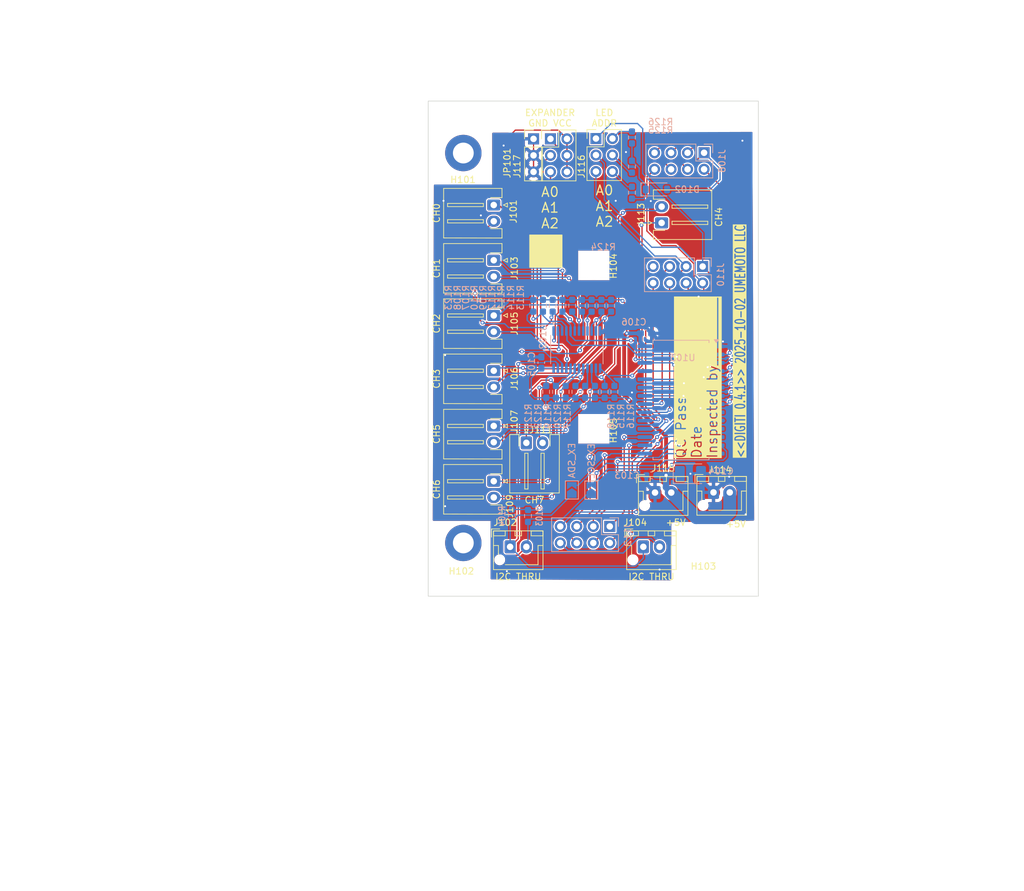
<source format=kicad_pcb>
(kicad_pcb (version 20241229) (generator "pcbnew") (generator_version "9.0")
  (title_block (title "digiti 7-seg LED display control module") (date "2025-09-05") (rev "0.4.0") (company "UMEMOTO LLC") (comment 1 "Hijiri Umemoto"))
  (layers (0 "F.Cu" signal) (2 "B.Cu" signal) (13 "F.Paste" user) (15 "B.Paste" user) (5 "F.SilkS" user "F.Silkscreen") (7 "B.SilkS" user "B.Silkscreen") (1 "F.Mask" user) (3 "B.Mask" user) (25 "Edge.Cuts" user))
  (net 0 "")
  (net 1 "GND")
  (net 2 "Net-(D102-K)")
  (net 3 "EX_SDA")
  (net 4 "EX_SCL")
  (net 5 "SC1")
  (net 6 "SD1")
  (net 7 "SD2")
  (net 8 "SC2")
  (net 9 "SD3")
  (net 10 "SC3")
  (net 11 "SC5")
  (net 12 "SD5")
  (net 13 "SD6")
  (net 14 "SC6")
  (net 15 "SD7")
  (net 16 "SC7")
  (net 17 "COM5")
  (net 18 "COM7")
  (net 19 "COM6")
  (net 20 "COM3")
  (net 21 "COM0")
  (net 22 "COM4")
  (net 23 "COM2")
  (net 24 "COM1")
  (net 25 "ROW7")
  (net 26 "ROW5")
  (net 27 "ROW1")
  (net 28 "ROW6")
  (net 29 "ROW0")
  (net 30 "ROW2")
  (net 31 "ROW4")
  (net 32 "ROW3")
  (net 33 "ROW13")
  (net 34 "ROW10")
  (net 35 "ROW15")
  (net 36 "ROW9")
  (net 37 "ROW12")
  (net 38 "ROW14")
  (net 39 "ROW8")
  (net 40 "ROW11")
  (net 41 "SC4")
  (net 42 "SD4")
  (net 43 "Net-(U102-~{RESET})")
  (net 44 "SC0")
  (net 45 "SD0")
  (net 46 "Net-(J116-Pin_6)")
  (net 47 "Net-(J116-Pin_4)")
  (net 48 "VCC")
  (net 49 "Net-(J116-Pin_2)")
  (net 50 "Net-(J117-Pin_5)")
  (net 51 "Net-(J117-Pin_1)")
  (net 52 "Net-(J117-Pin_3)")
  (footprint "Connector_JST:JST_XH_B2B-XH-AM_1x02_P2.50mm_Vertical" (layer "F.Cu") (at 134.75 119.5)
    (property "Reference" "J104")
    (property "Value" "I2C THRU")
  )
  (footprint "MountingHole:MountingHole_3.2mm_M3_DIN965_Pad" (layer "F.Cu") (at 107.05 118.9)
    (property "Reference" "H102")
    (property "Value" "MountingHole_Pad_MP")
  )
  (footprint "7seg-panel:Generic_XH_S2B-XH-A-1_1x02_P2.50mm_Horizontal" (layer "F.Cu") (at 111.7325 66.9 -90)
    (property "Reference" "J101")
    (property "Value" "CH0")
  )
  (footprint "MountingHole:MountingHole_3.2mm_M3" (layer "F.Cu") (at 144.05 118.9)
    (property "Reference" "H103")
    (property "Value" "MountingHole")
  )
  (footprint "7seg-panel:Generic_XH_S2B-XH-A-1_1x02_P2.50mm_Horizontal" (layer "F.Cu") (at 137.5675 69.65 90)
    (property "Reference" "J113")
    (property "Value" "CH4")
  )
  (footprint "7seg-panel:Generic_XH_S2B-XH-A-1_1x02_P2.50mm_Horizontal" (layer "F.Cu") (at 111.7325 75.4 -90)
    (property "Reference" "J103")
    (property "Value" "CH1")
  )
  (footprint "7seg-panel:Generic_XH_S2B-XH-A-1_1x02_P2.50mm_Horizontal" (layer "F.Cu") (at 111.7325 92.4 -90)
    (property "Reference" "J106")
    (property "Value" "CH3")
  )
  (footprint "MountingHole:MountingHole_3.2mm_M3" (layer "F.Cu") (at 127.05 101.4)
    (property "Reference" "H105")
    (property "Value" "MountingHole")
  )
  (footprint "MountingHole:MountingHole_3.2mm_M3" (layer "F.Cu") (at 127.05 76.4)
    (property "Reference" "H104")
    (property "Value" "MountingHole")
  )
  (footprint "7seg-panel:Generic_XH_S2B-XH-A-1_1x02_P2.50mm_Horizontal" (layer "F.Cu") (at 116.75 103.5)
    (property "Reference" "J111")
    (property "Value" "CH7")
  )
  (footprint "Connector_PinHeader_2.54mm:PinHeader_2x03_P2.54mm_Vertical" (layer "F.Cu") (at 120.46 56.72)
    (property "Reference" "J117")
    (property "Value" "Conn_02x03_Odd_Even")
  )
  (footprint "Connector_JST:JST_XH_B2B-XH-AM_1x02_P2.50mm_Vertical" (layer "F.Cu") (at 136.55 111.15)
    (property "Reference" "J115")
    (property "Value" "+5V")
  )
  (footprint "MountingHole:MountingHole_3.2mm_M3_DIN965_Pad" (layer "F.Cu") (at 107.05 58.9)
    (property "Reference" "H101")
    (property "Value" "MountingHole_Pad_MP")
  )
  (footprint "Connector_JST:JST_XH_B2B-XH-AM_1x02_P2.50mm_Vertical" (layer "F.Cu") (at 114.25 119.5)
    (property "Reference" "J102")
    (property "Value" "I2C THRU")
  )
  (footprint "Connector_PinHeader_2.54mm:PinHeader_2x03_P2.54mm_Vertical" (layer "F.Cu") (at 127.46 56.67)
    (property "Reference" "J116")
    (property "Value" "Conn_02x03_Odd_Even")
  )
  (footprint "Connector_PinHeader_2.54mm:PinHeader_1x03_P2.54mm_Vertical" (layer "F.Cu") (at 117.856 56.72)
    (property "Reference" "JP101")
    (property "Value" "A2")
  )
  (footprint "7seg-panel:Generic_XH_S2B-XH-A-1_1x02_P2.50mm_Horizontal" (layer "F.Cu") (at 111.7325 83.9 -90)
    (property "Reference" "J105")
    (property "Value" "CH2")
  )
  (footprint "7seg-panel:Generic_XH_S2B-XH-A-1_1x02_P2.50mm_Horizontal" (layer "F.Cu") (at 111.7325 100.9 -90)
    (property "Reference" "J107")
    (property "Value" "CH5")
  )
  (footprint "Connector_JST:JST_XH_B2B-XH-AM_1x02_P2.50mm_Vertical" (layer "F.Cu") (at 145.55 111.125)
    (property "Reference" "J114")
    (property "Value" "+5V")
  )
  (footprint "7seg-panel:Generic_XH_S2B-XH-A-1_1x02_P2.50mm_Horizontal" (layer "F.Cu") (at 111.7325 109.4 -90)
    (property "Reference" "J109")
    (property "Value" "CH6")
  )
  (footprint "Connector_PinSocket_2.54mm:PinSocket_2x04_P2.54mm_Vertical" (layer "B.Cu") (at 129.59 116.36 90)
    (property "Reference" "J112")
    (property "Value" "Conn_02x04_Odd_Even")
  )
  (footprint "Resistor_SMD:R_0603_1608Metric_Pad0.98x0.95mm_HandSolder" (layer "B.Cu") (at 133 65 90)
    (property "Reference" "R124")
    (property "Value" "39kR")
  )
  (footprint "Resistor_SMD:R_0603_1608Metric_Pad0.98x0.95mm_HandSolder" (layer "B.Cu") (at 124.3 95.65 90)
    (property "Reference" "R120")
    (property "Value" "4.7kR")
  )
  (footprint "Resistor_SMD:R_0603_1608Metric_Pad0.98x0.95mm_HandSolder" (layer "B.Cu") (at 121.3 95.65 90)
    (property "Reference" "R122")
    (property "Value" "4.7kR")
  )
  (footprint "Resistor_SMD:R_0603_1608Metric_Pad0.98x0.95mm_HandSolder" (layer "B.Cu") (at 125.8 95.65 90)
    (property "Reference" "R117")
    (property "Value" "4.7kR")
  )
  (footprint "Resistor_SMD:R_0603_1608Metric_Pad0.98x0.95mm_HandSolder" (layer "B.Cu") (at 122.3 82.4 -90)
    (property "Reference" "R110")
    (property "Value" "4.7kR")
  )
  (footprint "Resistor_SMD:R_0603_1608Metric_Pad0.98x0.95mm_HandSolder" (layer "B.Cu") (at 114.5 114.6625 -90)
    (property "Reference" "R104")
    (property "Value" "4.7kR")
  )
  (footprint "Resistor_SMD:R_0603_1608Metric_Pad0.98x0.95mm_HandSolder" (layer "B.Cu") (at 117.8 82.4 -90)
    (property "Reference" "R123")
    (property "Value" "4.7kR")
  )
  (footprint "Resistor_SMD:R_0603_1608Metric_Pad0.98x0.95mm_HandSolder" (layer "B.Cu") (at 120.8 82.4 -90)
    (property "Reference" "R107")
    (property "Value" "4.7kR")
  )
  (footprint "Resistor_SMD:R_0603_1608Metric_Pad0.98x0.95mm_HandSolder" (layer "B.Cu") (at 123.8 82.4 -90)
    (property "Reference" "R109")
    (property "Value" "4.7kR")
  )
  (footprint "Resistor_SMD:R_0603_1608Metric_Pad0.98x0.95mm_HandSolder" (layer "B.Cu") (at 119.3 82.4 -90)
    (property "Reference" "R108")
    (property "Value" "4.7kR")
  )
  (footprint "Resistor_SMD:R_0603_1608Metric_Pad0.98x0.95mm_HandSolder" (layer "B.Cu") (at 133 61 -90)
    (property "Reference" "R125")
    (property "Value" "39kR")
  )
  (footprint "Capacitor_SMD:C_0603_1608Metric_Pad1.08x0.95mm_HandSolder" (layer "B.Cu") (at 135.1625 86.65)
    (property "Reference" "C106")
    (property "Value" "0.1uF")
  )
  (footprint "Resistor_SMD:R_0603_1608Metric_Pad0.98x0.95mm_HandSolder" (layer "B.Cu") (at 130.3 95.65 90)
    (property "Reference" "R116")
    (property "Value" "4.7kR")
  )
  (footprint "Jumper:SolderJumper-2_P1.3mm_Open_TrianglePad1.0x1.5mm" (layer "B.Cu") (at 123.75 110.75 90)
    (property "Reference" "JP109" (hide yes))
    (property "Value" "EX_SDA")
  )
  (footprint "Connector_PinSocket_2.54mm:PinSocket_2x04_P2.54mm_Vertical" (layer "B.Cu") (at 143.88 76.36 90)
    (property "Reference" "J110")
    (property "Value" "Conn_02x04_Odd_Even")
  )
  (footprint "Package_SO:SOP-28_8.4x18.16mm_P1.27mm" (layer "B.Cu") (at 140.55 96.9 180)
    (property "Reference" "U103")
    (property "Value" "HT16K33-28-SOPA")
  )
  (footprint "Resistor_SMD:R_0603_1608Metric_Pad0.98x0.95mm_HandSolder" (layer "B.Cu") (at 128.8 95.65 90)
    (property "Reference" "R115")
    (property "Value" "4.7kR")
  )
  (footprint "Resistor_SMD:R_0603_1608Metric_Pad0.98x0.95mm_HandSolder" (layer "B.Cu") (at 122.8 95.65 90)
    (property "Reference" "R119")
    (property "Value" "4.7kR")
  )
  (footprint "Capacitor_SMD:C_0603_1608Metric" (layer "B.Cu") (at 136 108.5 180)
    (property "Reference" "C103")
    (property "Value" "22uF")
  )
  (footprint "Package_SO:TSSOP-24_4.4x7.8mm_P0.65mm" (layer "B.Cu") (at 124.525 89.15 -90)
    (property "Reference" "U102")
    (property "Value" "TCA9548APWR")
  )
  (footprint "Capacitor_Tantalum_SMD:CP_EIA-3528-21_Kemet-B_HandSolder" (layer "B.Cu") (at 142 108.25)
    (property "Reference" "C104")
    (property "Value" "22uF")
  )
  (footprint "Resistor_SMD:R_0603_1608Metric_Pad0.98x0.95mm_HandSolder" (layer "B.Cu") (at 127.3 95.65 90)
    (property "Reference" "R118")
    (property "Value" "4.7kR")
  )
  (footprint "Resistor_SMD:R_0603_1608Metric_Pad0.98x0.95mm_HandSolder" (layer "B.Cu") (at 119.8 95.65 90)
    (property "Reference" "R121")
    (property "Value" "4.7kR")
  )
  (footprint "Resistor_SMD:R_0603_1608Metric_Pad0.98x0.95mm_HandSolder" (layer "B.Cu") (at 133 56.5 90)
    (property "Reference" "R126")
    (property "Value" "39kR")
  )
  (footprint "Jumper:SolderJumper-2_P1.3mm_Open_TrianglePad1.0x1.5mm" (layer "B.Cu") (at 126.75 110.775 90)
    (property "Reference" "JP108" (hide yes))
    (property "Value" "EX_SCL")
  )
  (footprint "Resistor_SMD:R_0603_1608Metric_Pad0.98x0.95mm_HandSolder" (layer "B.Cu") (at 117 114.75 -90)
    (property "Reference" "R103")
    (property "Value" "4.7kR")
  )
  (footprint "Diode_SMD:D_SOD-123" (layer "B.Cu") (at 136.75 64.5)
    (property "Reference" "D102")
    (property "Value" "1N4148W")
  )
  (footprint "Resistor_SMD:R_0603_1608Metric_Pad0.98x0.95mm_HandSolder" (layer "B.Cu") (at 129.8 82.4 -90)
    (property "Reference" "R113")
    (property "Value" "4.7kR")
  )
  (footprint "Resistor_SMD:R_0603_1608Metric_Pad0.98x0.95mm_HandSolder" (layer "B.Cu") (at 126.8 82.4 -90)
    (property "Reference" "R111")
    (property "Value" "4.7kR")
  )
  (footprint "Resistor_SMD:R_0603_1608Metric_Pad0.98x0.95mm_HandSolder" (layer "B.Cu") (at 125.3 82.4 -90)
    (property "Reference" "R112")
    (property "Value" "4.7kR")
  )
  (footprint "Capacitor_SMD:C_0603_1608Metric_Pad1.08x0.95mm_HandSolder" (layer "B.Cu") (at 119.05 91.15 90)
    (property "Reference" "C105")
    (property "Value" "0.1uF")
  )
  (footprint "Resistor_SMD:R_0603_1608Metric_Pad0.98x0.95mm_HandSolder" (layer "B.Cu") (at 128.3 82.4 -90)
    (property "Reference" "R114")
    (property "Value" "4.7kR")
  )
  (footprint "Connector_PinSocket_2.54mm:PinSocket_2x04_P2.54mm_Vertical" (layer "B.Cu") (at 144.1 58.86 90)
    (property "Reference" "J108")
    (property "Value" "Conn_02x04_Odd_Even")
  )
  (gr_rect (start 117.25 71.5) (end 122.25 76.5) (stroke (width 0.1)) (fill yes) (layer "F.SilkS"))
  (gr_rect (start 101.65 50.9) (end 152.45 127.1) (stroke (width 0.1)) (fill no) (layer "Edge.Cuts"))
  (gr_text "EXPANDER\nGND VCC" (at 120.396 53.5 0) (layer "F.SilkS") (effects (font (size 1 1))))
  (gr_text "QC Pass\nDate\nInspected by_________" (at 146.25 106 90) (layer "F.SilkS" knockout) (effects (font (size 1.5 1.5) (thickness 0.1875)) (justify left bottom)))
  (gr_text "LED\nADDR" (at 128.75 53.5 0) (layer "F.SilkS") (effects (font (size 1 1))))
  (gr_text "A0\nA1\nA2" (at 120.396 67.31 0) (layer "F.SilkS") (effects (font (size 1.5 1.5) (thickness 0.1875))))
  (gr_text "<<DIGITI 0.4.1>> 2025-10-02 UMEMOTO LLC" (at 150.55 105.9 90) (layer "F.SilkS" knockout) (effects (font (size 1.5 1) (thickness 0.2) (bold yes)) (justify left bottom)))
  (gr_text "A0\nA1\nA2" (at 128.778 67.056 0) (layer "F.SilkS") (effects (font (size 1.5 1.5) (thickness 0.1875))))
  (segment (start 142.125552 111.125) (end 145.55 111.125) (width 2) (layer "F.Cu") (net 1))
  (segment (start 136.55 111.15) (end 136.55 111.700552) (width 2) (layer "F.Cu") (net 1))
  (segment (start 139.899552 113.351) (end 142.125552 111.125) (width 2) (layer "F.Cu") (net 1))
  (segment (start 136.55 111.700552) (end 138.200448 113.351) (width 2) (layer "F.Cu") (net 1))
  (segment (start 117.856 56.72) (end 117.856 61.8) (width 0.2) (layer "F.Cu") (net 1))
  (segment (start 138.200448 113.351) (end 139.899552 113.351) (width 2) (layer "F.Cu") (net 1))
  (via (at 142 108.25) (size 0.6) (drill 0.3) (layers "F.Cu" "B.Cu") (net 1))
  (via (at 143.25 81) (size 0.6) (drill 0.3) (layers "F.Cu" "B.Cu") (net 1))
  (via (at 133 95.75) (size 0.6) (drill 0.3) (layers "F.Cu" "B.Cu") (net 1))
  (via (at 150 57) (size 0.6) (drill 0.3) (layers "F.Cu" "B.Cu") (net 1))
  (via (at 135.9 66.294) (size 0.6) (drill 0.3) (layers "F.Cu" "B.Cu") (net 1))
  (via (at 104.25 113.25) (size 0.6) (drill 0.3) (layers "F.Cu" "B.Cu") (net 1))
  (via (at 113.25 57.75) (size 0.6) (drill 0.3) (layers "F.Cu" "B.Cu") (net 1))
  (via (at 147.9625 108.7125) (size 0.6) (drill 0.3) (layers "F.Cu" "B.Cu") (net 1))
  (via (at 113.75 123.25) (size 0.6) (drill 0.3) (layers "F.Cu" "B.Cu") (net 1))
  (via (at 132.08 58.75) (size 0.6) (drill 0.3) (layers "F.Cu" "B.Cu") (net 1))
  (via (at 104.25 90) (size 0.6) (drill 0.3) (layers "F.Cu" "B.Cu") (net 1))
  (via (at 109.75 68.5) (size 0.6) (drill 0.3) (layers "F.Cu" "B.Cu") (net 1))
  (via (at 137.25 123) (size 0.6) (drill 0.3) (layers "F.Cu" "B.Cu") (net 1))
  (via (at 147 87.9) (size 0.6) (drill 0.3) (layers "F.Cu" "B.Cu") (net 1))
  (via (at 150.5 114.5) (size 0.6) (drill 0.3) (layers "F.Cu" "B.Cu") (net 1))
  (via (at 130.5 66.25) (size 0.6) (drill 0.3) (layers "F.Cu" "B.Cu") (net 1))
  (via (at 104 66.25) (size 0.6) (drill 0.3) (layers "F.Cu" "B.Cu") (net 1))
  (segment (start 119.05 90.2875) (end 111.0375 90.2875) (width 0.2) (layer "B.Cu") (net 1))
  (segment (start 121.23 65.174) (end 123.294 65.174) (width 0.2) (layer "B.Cu") (net 1))
  (segment (start 137.325 87.95) (end 145.4175 87.95) (width 0.6) (layer "B.Cu") (net 1))
  (segment (start 135.049 85.674) (end 133.5 85.674) (width 0.6) (layer "B.Cu") (net 1))
  (segment (start 123.294 65.174) (end 133.5 75.38) (width 0.2) (layer "B.Cu") (net 1))
  (segment (start 135.225 108.5) (end 135.225 109.825) (width 0.6) (layer "B.Cu") (net 1))
  (segment (start 148.8375 107.8375) (end 149.3 107.375) (width 0.6) (layer "B.Cu") (net 1))
  (segment (start 145.4175 87.95) (end 146.1125 88.645) (width 0.6) (layer "B.Cu") (net 1))
  (segment (start 111.0375 90.2875) (end 108.25 87.5) (width 0.2) (layer "B.Cu") (net 1))
  (segment (start 147.8 87.9) (end 146.8575 87.9) (width 0.6) (layer "B.Cu") (net 1))
  (segment (start 111.252 64.1125) (end 115.5435 64.1125) (width 0.2) (layer "B.Cu") (net 1))
  (segment (start 136.025 86.65) (end 135.049 85.674) (width 0.6) (layer "B.Cu") (net 1))
  (segment (start 133.5 85.674) (end 129.326 85.674) (width 0.6) (layer "B.Cu") (net 1))
  (segment (start 145.55 111.125) (end 148.8375 107.8375) (width 0.6) (layer "B.Cu") (net 1))
  (segment (start 149.3 107.375) (end 149.3 89.4) (width 0.6) (layer "B.Cu") (net 1))
  (segment (start 108.25 66.548) (end 110.6855 64.1125) (width 0.2) (layer "B.Cu") (net 1))
  (segment (start 146.8575 87.9) (end 146.1125 88.645) (width 0.6) (layer "B.Cu") (net 1))
  (segment (start 135.225 109.825) (end 136.55 111.15) (width 0.6) (layer "B.Cu") (net 1))
  (segment (start 117.856 61.8) (end 121.23 65.174) (width 0.2) (layer "B.Cu") (net 1))
  (segment (start 129.326 85.674) (end 128.5 86.5) (width 0.6) (layer "B.Cu") (net 1))
  (segment (start 143.6275 109.2025) (end 145.55 111.125) (width 0.6) (layer "B.Cu") (net 1))
  (segment (start 136.025 86.65) (end 137.325 87.95) (width 0.6) (layer "B.Cu") (net 1))
  (segment (start 143.6275 108.25) (end 143.6275 109.2025) (width 0.6) (layer "B.Cu") (net 1))
  (segment (start 149.3 89.4) (end 147.8 87.9) (width 0.6) (layer "B.Cu") (net 1))
  (segment (start 133.5 75.38) (end 133.5 85.674) (width 0.2) (layer "B.Cu") (net 1))
  (segment (start 115.5435 64.1125) (end 117.856 61.8) (width 0.2) (layer "B.Cu") (net 1))
  (segment (start 104.25 113.141366) (end 104.25 113.25) (width 0.2) (layer "B.Cu") (net 1))
  (segment (start 110.6855 64.1125) (end 111.252 64.1125) (width 0.2) (layer "B.Cu") (net 1))
  (segment (start 108.25 87.5) (end 108.25 66.548) (width 0.2) (layer "B.Cu") (net 1))
  (segment (start 135.1 64.5) (end 135.1 63.726) (width 0.2) (layer "B.Cu") (net 2))
  (segment (start 133 57.4125) (end 133 60.0875) (width 0.2) (layer "B.Cu") (net 2))
  (segment (start 135.1 63.726) (end 134.112 62.738) (width 0.2) (layer "B.Cu") (net 2))
  (segment (start 135.1 65.504) (end 135.1 64.5) (width 0.2) (layer "B.Cu") (net 2))
  (segment (start 134.7475 65.9125) (end 135.128 65.532) (width 0.2) (layer "B.Cu") (net 2))
  (segment (start 134.112 62.738) (end 134.112 61.1995) (width 0.2) (layer "B.Cu") (net 2))
  (segment (start 135.128 65.532) (end 135.1 65.504) (width 0.2) (layer "B.Cu") (net 2))
  (segment (start 133 65.9125) (end 134.7475 65.9125) (width 0.2) (layer "B.Cu") (net 2))
  (segment (start 134.112 61.1995) (end 133 60.0875) (width 0.2) (layer "B.Cu") (net 2))
  (segment (start 115.5 118.25) (end 114.25 119.5) (width 0.2) (layer "F.Cu") (net 3))
  (segment (start 115.5 91.363343) (end 115.5 118.25) (width 0.2) (layer "F.Cu") (net 3))
  (via (at 115.5 91.363343) (size 0.6) (drill 0.3) (layers "F.Cu" "B.Cu") (net 3))
  (segment (start 115.689343 91.174) (end 115.5 91.363343) (width 0.2) (layer "B.Cu") (net 3))
  (segment (start 115.449 114.626) (end 120.599 114.626) (width 0.2) (layer "B.Cu") (net 3))
  (segment (start 121.6 91.35513) (end 121.21887 90.974) (width 0.2) (layer "B.Cu") (net 3))
  (segment (start 114.25 119.5) (end 114.25 115.825) (width 0.2) (layer "B.Cu") (net 3))
  (segment (start 133.543917 122.451) (end 134.75 121.244917) (width 0.2) (layer "B.Cu") (net 3))
  (segment (start 119.717134 90.974) (end 119.517134 91.174) (width 0.2) (layer "B.Cu") (net 3))
  (segment (start 121.6 92.0125) (end 121.6 91.35513) (width 0.2) (layer "B.Cu") (net 3))
  (segment (start 134.75 121.244917) (end 134.75 119.5) (width 0.2) (layer "B.Cu") (net 3))
  (segment (start 119.517134 91.174) (end 115.689343 91.174) (width 0.2) (layer "B.Cu") (net 3))
  (segment (start 114.5 115.575) (end 115.449 114.626) (width 0.2) (layer "B.Cu") (net 3))
  (segment (start 114.25 119.5) (end 117.201 122.451) (width 0.2) (layer "B.Cu") (net 3))
  (segment (start 117.201 122.451) (end 133.543917 122.451) (width 0.2) (layer "B.Cu") (net 3))
  (segment (start 114.25 115.825) (end 114.5 115.575) (width 0.2) (layer "B.Cu") (net 3))
  (segment (start 121.21887 90.974) (end 119.717134 90.974) (width 0.2) (layer "B.Cu") (net 3))
  (segment (start 120.599 114.626) (end 123.75 111.475) (width 0.2) (layer "B.Cu") (net 3))
  (segment (start 113.099 91.732734) (end 113.099 120.48516) (width 0.2) (layer "F.Cu") (net 4))
  (segment (start 113.099 120.48516) (end 113.41484 120.801) (width 0.2) (layer "F.Cu") (net 4))
  (segment (start 115.382734 89.449) (end 113.099 91.732734) (width 0.2) (layer "F.Cu") (net 4))
  (segment (start 116.051 89.449) (end 115.382734 89.449) (width 0.2) (layer "F.Cu") (net 4))
  (segment (start 113.41484 120.801) (end 115.449 120.801) (width 0.2) (layer "F.Cu") (net 4))
  (segment (start 115.449 120.801) (end 116.75 119.5) (width 0.2) (layer "F.Cu") (net 4))
  (via (at 116.051 89.449) (size 0.6) (drill 0.3) (layers "F.Cu" "B.Cu") (net 4))
  (segment (start 117.701 120.451) (end 131.66284 120.451) (width 0.2) (layer "B.Cu") (net 4))
  (segment (start 122.25 91.275001) (end 122.25 92.0125) (width 0.2) (layer "B.Cu") (net 4))
  (segment (start 116.75 119.5) (end 117.701 120.451) (width 0.2) (layer "B.Cu") (net 4))
  (segment (start 135.949 118.199) (end 137.25 119.5) (width 0.2) (layer "B.Cu") (net 4))
  (segment (start 119.517134 89.449) (end 120.409067 90.340933) (width 0.2) (layer "B.Cu") (net 4))
  (segment (start 116.051 89.449) (end 119.517134 89.449) (width 0.2) (layer "B.Cu") (net 4))
  (segment (start 133.91484 118.199) (end 135.949 118.199) (width 0.2) (layer "B.Cu") (net 4))
  (segment (start 120.409067 90.340933) (end 121.315932 90.340933) (width 0.2) (layer "B.Cu") (net 4))
  (segment (start 117 119.25) (end 116.75 119.5) (width 0.2) (layer "B.Cu") (net 4))
  (segment (start 121.315932 90.340933) (end 122.25 91.275001) (width 0.2) (layer "B.Cu") (net 4))
  (segment (start 117 115.6625) (end 117 119.25) (width 0.2) (layer "B.Cu") (net 4))
  (segment (start 122.286 115.209) (end 125.995 111.5) (width 0.2) (layer "B.Cu") (net 4))
  (segment (start 117 115.6625) (end 117.4535 115.209) (width 0.2) (layer "B.Cu") (net 4))
  (segment (start 125.995 111.5) (end 126.75 111.5) (width 0.2) (layer "B.Cu") (net 4))
  (segment (start 117.4535 115.209) (end 122.286 115.209) (width 0.2) (layer "B.Cu") (net 4))
  (segment (start 131.66284 120.451) (end 133.91484 118.199) (width 0.2) (layer "B.Cu") (net 4))
  (segment (start 124.85 84.65) (end 124.85 79.7) (width 0.2) (layer "F.Cu") (net 5))
  (segment (start 124.85 79.7) (end 123.3 78.15) (width 0.2) (layer "F.Cu") (net 5))
  (via (at 123.3 78.15) (size 0.6) (drill 0.3) (layers "F.Cu" "B.Cu") (net 5))
  (via (at 124.85 84.65) (size 0.6) (drill 0.3) (layers "F.Cu" "B.Cu") (net 5))
  (segment (start 112.6325 78) (end 123.006123 78) (width 0.2) (layer "B.Cu") (net 5))
  (segment (start 123.8 83.6) (end 124.85 84.65) (width 0.2) (layer "B.Cu") (net 5))
  (segment (start 124.85 84.65) (end 124.85 86.2875) (width 0.2) (layer "B.Cu") (net 5))
  (segment (start 123.006123 78) (end 123.156123 78.15) (width 0.2) (layer "B.Cu") (net 5))
  (segment (start 112.5325 77.9) (end 112.6325 78) (width 0.2) (layer "B.Cu") (net 5))
  (segment (start 123.8 83.3125) (end 123.8 83.6) (width 0.2) (layer "B.Cu") (net 5))
  (segment (start 123.156123 78.15) (end 123.3 78.15) (width 0.2) (layer "B.Cu") (net 5))
  (segment (start 122.3 77) (end 122.3 83.30147) (width 0.2) (layer "F.Cu") (net 6))
  (segment (start 122.3 83.30147) (end 123.474265 84.475735) (width 0.2) (layer "F.Cu") (net 6))
  (via (at 123.474265 84.475735) (size 0.6) (drill 0.3) (layers "F.Cu" "B.Cu") (net 6))
  (via (at 122.3 77) (size 0.6) (drill 0.3) (layers "F.Cu" "B.Cu") (net 6))
  (segment (start 124.2 85.2125) (end 124.2 86.2875) (width 0.2) (layer "B.Cu") (net 6))
  (segment (start 114.1325 77) (end 112.5325 75.4) (width 0.2) (layer "B.Cu") (net 6))
  (segment (start 122.3 77) (end 114.1325 77) (width 0.2) (layer "B.Cu") (net 6))
  (segment (start 122.3 83.3125) (end 124.2 85.2125) (width 0.2) (layer "B.Cu") (net 6))
  (segment (start 114.1575 82.275) (end 124.2625 82.275) (width 0.2) (layer "B.Cu") (net 7))
  (segment (start 112.5325 83.9) (end 114.1575 82.275) (width 0.2) (layer "B.Cu") (net 7))
  (segment (start 125.5 83.5125) (end 125.5 86.2875) (width 0.2) (layer "B.Cu") (net 7))
  (segment (start 124.2625 82.275) (end 125.3 83.3125) (width 0.2) (layer "B.Cu") (net 7))
  (segment (start 125.3 83.3125) (end 125.5 83.5125) (width 0.2) (layer "B.Cu") (net 7))
  (segment (start 125.008948 89.25) (end 125.008948 88.991052) (width 0.2) (layer "F.Cu") (net 8))
  (segment (start 125.008948 88.991052) (end 126.15 87.85) (width 0.2) (layer "F.Cu") (net 8))
  (segment (start 126.15 87.85) (end 126.15 84.65) (width 0.2) (layer "F.Cu") (net 8))
  (via (at 125.008948 89.25) (size 0.6) (drill 0.3) (layers "F.Cu" "B.Cu") (net 8))
  (via (at 126.15 84.65) (size 0.6) (drill 0.3) (layers "F.Cu" "B.Cu") (net 8))
  (segment (start 117.550057 86.4) (end 120.900057 89.75) (width 0.2) (layer "B.Cu") (net 8))
  (segment (start 124.508948 89.75) (end 125.008948 89.25) (width 0.2) (layer "B.Cu") (net 8))
  (segment (start 126.15 84.65) (end 126.15 83.9625) (width 0.2) (layer "B.Cu") (net 8))
  (segment (start 112.5325 86.4) (end 117.550057 86.4) (width 0.2) (layer "B.Cu") (net 8))
  (segment (start 126.15 83.9625) (end 126.8 83.3125) (width 0.2) (layer "B.Cu") (net 8))
  (segment (start 120.900057 89.75) (end 124.508948 89.75) (width 0.2) (layer "B.Cu") (net 8))
  (segment (start 126.15 86.2875) (end 126.15 84.65) (width 0.2) (layer "B.Cu") (net 8))
  (segment (start 116.3339 92.065572) (end 116.231671 91.963343) (width 0.2) (layer "F.Cu") (net 9))
  (segment (start 127.525736 88.474264) (end 127.525736 84.625736) (width 0.2) (layer "F.Cu") (net 9))
  (segment (start 116.3339 92.099) (end 116.3339 92.065572) (width 0.2) (layer "F.Cu") (net 9))
  (segment (start 116.3339 92.099) (end 123.901 92.099) (width 0.2) (layer "F.Cu") (net 9))
  (segment (start 123.901 92.099) (end 127.525736 88.474264) (width 0.2) (layer "F.Cu") (net 9))
  (via (at 127.525736 84.625736) (size 0.6) (drill 0.3) (layers "F.Cu" "B.Cu") (net 9))
  (via (at 116.231671 91.963343) (size 0.6) (drill 0.3) (layers "F.Cu" "B.Cu") (net 9))
  (segment (start 126.8 86.2875) (end 126.8 85.351472) (width 0.2) (layer "B.Cu") (net 9))
  (segment (start 128.3 83.851472) (end 128.3 83.3125) (width 0.2) (layer "B.Cu") (net 9))
  (segment (start 112.169157 91.963343) (end 111.7325 92.4) (width 0.2) (layer "B.Cu") (net 9))
  (segment (start 126.8 85.351472) (end 128.3 83.851472) (width 0.2) (layer "B.Cu") (net 9))
  (segment (start 116.231671 91.963343) (end 112.169157 91.963343) (width 0.2) (layer "B.Cu") (net 9))
  (segment (start 128.8 88.7) (end 128.8 84.3768) (width 0.2) (layer "F.Cu") (net 10))
  (segment (start 124.721817 92.778183) (end 128.8 88.7) (width 0.2) (layer "F.Cu") (net 10))
  (segment (start 128.8 84.3768) (end 128.8088 84.368) (width 0.2) (layer "F.Cu") (net 10))
  (segment (start 116.265361 92.778183) (end 124.721817 92.778183) (width 0.2) (layer "F.Cu") (net 10))
  (via (at 116.265361 92.778183) (size 0.6) (drill 0.3) (layers "F.Cu" "B.Cu") (net 10))
  (via (at 128.8088 84.368) (size 0.6) (drill 0.3) (layers "F.Cu" "B.Cu") (net 10))
  (segment (start 127.45 85.631544) (end 129.769044 83.3125) (width 0.2) (layer "B.Cu") (net 10))
  (segment (start 115.983931 92.778183) (end 115.961114 92.801) (width 0.2) (layer "B.Cu") (net 10))
  (segment (start 116.265361 92.778183) (end 115.983931 92.778183) (width 0.2) (layer "B.Cu") (net 10))
  (segment (start 129.769044 83.3125) (end 129.8 83.3125) (width 0.2) (layer "B.Cu") (net 10))
  (segment (start 113.8315 92.801) (end 111.7325 94.9) (width 0.2) (layer "B.Cu") (net 10))
  (segment (start 115.961114 92.801) (end 113.8315 92.801) (width 0.2) (layer "B.Cu") (net 10))
  (segment (start 127.45 86.2875) (end 127.45 85.631544) (width 0.2) (layer "B.Cu") (net 10))
  (segment (start 122.8 97.9) (end 125.05 95.65) (width 0.2) (layer "F.Cu") (net 11))
  (segment (start 122.8 101.5) (end 122.8 97.9) (width 0.2) (layer "F.Cu") (net 11))
  (via (at 125.05 95.65) (size 0.6) (drill 0.3) (layers "F.Cu" "B.Cu") (net 11))
  (via (at 122.8 101.5) (size 0.6) (drill 0.3) (layers "F.Cu" "B.Cu") (net 11))
  (segment (start 125.8 94.7375) (end 126.15 94.3875) (width 0.2) (layer "B.Cu") (net 11))
  (segment (start 122.55 101.75) (end 122.8 101.5) (width 0.2) (layer "B.Cu") (net 11))
  (segment (start 114.1825 101.75) (end 122.55 101.75) (width 0.2) (layer "B.Cu") (net 11))
  (segment (start 125.05 95.65) (end 125.8 94.9) (width 0.2) (layer "B.Cu") (net 11))
  (segment (start 126.15 94.3875) (end 126.15 92.0125) (width 0.2) (layer "B.Cu") (net 11))
  (segment (start 112.5325 103.4) (end 114.1825 101.75) (width 0.2) (layer "B.Cu") (net 11))
  (segment (start 125.8 94.9) (end 125.8 94.7375) (width 0.2) (layer "B.Cu") (net 11))
  (segment (start 125.55 97.9) (end 126.55 96.9) (width 0.2) (layer "F.Cu") (net 12))
  (segment (start 126.55 96.9) (end 126.55 95.65) (width 0.2) (layer "F.Cu") (net 12))
  (via (at 126.55 95.65) (size 0.6) (drill 0.3) (layers "F.Cu" "B.Cu") (net 12))
  (via (at 125.55 97.9) (size 0.6) (drill 0.3) (layers "F.Cu" "B.Cu") (net 12))
  (segment (start 127.3 94.7375) (end 126.8 94.2375) (width 0.2) (layer "B.Cu") (net 12))
  (segment (start 126.55 95.4875) (end 127.3 94.7375) (width 0.2) (layer "B.Cu") (net 12))
  (segment (start 112.5325 100.9) (end 122.55 100.9) (width 0.2) (layer "B.Cu") (net 12))
  (segment (start 126.8 94.2375) (end 126.8 92.0125) (width 0.2) (layer "B.Cu") (net 12))
  (segment (start 126.55 95.65) (end 126.55 95.4875) (width 0.2) (layer "B.Cu") (net 12))
  (segment (start 122.55 100.9) (end 125.55 97.9) (width 0.2) (layer "B.Cu") (net 12))
  (segment (start 123.451471 93.4) (end 125.05 93.4) (width 0.2) (layer "F.Cu") (net 13))
  (segment (start 121.45 108) (end 121.45 95.401471) (width 0.2) (layer "F.Cu") (net 13))
  (segment (start 121.45 95.401471) (end 123.451471 93.4) (width 0.2) (layer "F.Cu") (net 13))
  (segment (start 120.05 109.4) (end 121.45 108) (width 0.2) (layer "F.Cu") (net 13))
  (via (at 125.05 93.4) (size 0.6) (drill 0.3) (layers "F.Cu" "B.Cu") (net 13))
  (via (at 120.05 109.4) (size 0.6) (drill 0.3) (layers "F.Cu" "B.Cu") (net 13))
  (segment (start 124.3 94.7375) (end 125.05 93.9875) (width 0.2) (layer "B.Cu") (net 13))
  (segment (start 125.05 93.9875) (end 125.05 93.4) (width 0.2) (layer "B.Cu") (net 13))
  (segment (start 125.05 93.4) (end 125.5 92.95) (width 0.2) (layer "B.Cu") (net 13))
  (segment (start 112.5325 109.4) (end 120.05 109.4) (width 0.2) (layer "B.Cu") (net 13))
  (segment (start 125.5 92.95) (end 125.5 92.0125) (width 0.2) (layer "B.Cu") (net 13))
  (segment (start 120.675 111.775) (end 122.050605 110.399395) (width 0.2) (layer "F.Cu") (net 14))
  (segment (start 122.050605 95.650605) (end 122.05 95.65) (width 0.2) (layer "F.Cu") (net 14))
  (segment (start 122.050605 110.399395) (end 122.050605 95.650605) (width 0.2) (layer "F.Cu") (net 14))
  (segment (start 120.55 111.9) (end 120.675 111.775) (width 0.2) (layer "F.Cu") (net 14))
  (via (at 120.675 111.775) (size 0.6) (drill 0.3) (layers "F.Cu" "B.Cu") (net 14))
  (via (at 122.05 95.65) (size 0.6) (drill 0.3) (layers "F.Cu" "B.Cu") (net 14))
  (segment (start 120.55 111.9) (end 120.675 111.775) (width 0.2) (layer "B.Cu") (net 14))
  (segment (start 112.5325 111.9) (end 120.55 111.9) (width 0.2) (layer "B.Cu") (net 14))
  (segment (start 122.05 95.4875) (end 122.8 94.7375) (width 0.2) (layer "B.Cu") (net 14))
  (segment (start 122.8 94.7375) (end 124.85 92.6875) (width 0.2) (layer "B.Cu") (net 14))
  (segment (start 122.05 95.65) (end 122.05 95.4875) (width 0.2) (layer "B.Cu") (net 14))
  (segment (start 124.85 92.6875) (end 124.85 92.0125) (width 0.2) (layer "B.Cu") (net 14))
  (segment (start 119.050057 93.85) (end 116.75 96.150057) (width 0.2) (layer "F.Cu") (net 15))
  (segment (start 120.5 93.85) (end 119.050057 93.85) (width 0.2) (layer "F.Cu") (net 15))
  (segment (start 116.75 96.150057) (end 116.75 103.5) (width 0.2) (layer "F.Cu") (net 15))
  (via (at 120.5 93.85) (size 0.6) (drill 0.3) (layers "F.Cu" "B.Cu") (net 15))
  (segment (start 124.2 92.749999) (end 124.2 92.0125) (width 0.2) (layer "B.Cu") (net 15))
  (segment (start 123.273999 93.676) (end 124.2 92.749999) (width 0.2) (layer "B.Cu") (net 15))
  (segment (start 120.5 93.85) (end 121.3 94.65) (width 0.2) (layer "B.Cu") (net 15))
  (segment (start 121.3 94.7375) (end 122.3615 93.676) (width 0.2) (layer "B.Cu") (net 15))
  (segment (start 122.3615 93.676) (end 123.273999 93.676) (width 0.2) (layer "B.Cu") (net 15))
  (segment (start 121.3 94.65) (end 121.3 94.7375) (width 0.2) (layer "B.Cu") (net 15))
  (segment (start 118.75 103) (end 119.25 103.5) (width 0.2) (layer "F.Cu") (net 16))
  (segment (start 118.75 95) (end 118.75 103) (width 0.2) (layer "F.Cu") (net 16))
  (via (at 118.75 95) (size 0.6) (drill 0.3) (layers "F.Cu" "B.Cu") (net 16))
  (segment (start 120.25 93.25) (end 119.8 93.7) (width 0.2) (layer "B.Cu") (net 16))
  (segment (start 119.8 93.7) (end 119.8 94.7375) (width 0.2) (layer "B.Cu") (net 16))
  (segment (start 123 93.25) (end 120.25 93.25) (width 0.2) (layer "B.Cu") (net 16))
  (segment (start 123.55 92.0125) (end 123.55 92.749999) (width 0.2) (layer "B.Cu") (net 16))
  (segment (start 123.025 93.275) (end 123 93.25) (width 0.2) (layer "B.Cu") (net 16))
  (segment (start 123.55 92.749999) (end 123.025 93.275) (width 0.2) (layer "B.Cu") (net 16))
  (segment (start 119.5375 95) (end 119.8 94.7375) (width 0.2) (layer "B.Cu") (net 16))
  (segment (start 118.75 95) (end 119.5375 95) (width 0.2) (layer "B.Cu") (net 16))
  (segment (start 137.87 58.383654) (end 139.743654 56.51) (width 0.2) (layer "F.Cu") (net 17))
  (segment (start 139.743654 56.51) (end 145.875686 56.51) (width 0.2) (layer "F.Cu") (net 17))
  (segment (start 145.875686 56.51) (end 150.4 61.034314) (width 0.2) (layer "F.Cu") (net 17))
  (segment (start 139.02 61.4) (end 137.87 60.25) (width 0.2) (layer "F.Cu") (net 17))
  (segment (start 150.4 93.55) (end 148.3 95.65) (width 0.2) (layer "F.Cu") (net 17))
  (segment (start 137.87 60.25) (end 137.87 58.383654) (width 0.2) (layer "F.Cu") (net 17))
  (segment (start 150.4 61.034314) (end 150.4 93.55) (width 0.2) (layer "F.Cu") (net 17))
  (via (at 148.3 95.65) (size 0.6) (drill 0.3) (layers "F.Cu" "B.Cu") (net 17))
  (segment (start 147.685 96.265) (end 146.1125 96.265) (width 0.2) (layer "B.Cu") (net 17))
  (segment (start 148.3 95.65) (end 147.685 96.265) (width 0.2) (layer "B.Cu") (net 17))
  (segment (start 135.3 70.9) (end 137.55 73.15) (width 0.2) (layer "F.Cu") (net 18))
  (segment (start 142.557157 97.157157) (end 143.55 98.15) (width 0.2) (layer "F.Cu") (net 18))
  (segment (start 136.48 61.4) (end 135.3 62.58) (width 0.2) (layer "F.Cu") (net 18))
  (segment (start 137.55 73.15) (end 139.756346 73.15) (width 0.2) (layer "F.Cu") (net 18))
  (segment (start 135.3 62.58) (end 135.3 70.9) (width 0.2) (layer "F.Cu") (net 18))
  (segment (start 139.756346 73.15) (end 142.557157 75.950811) (width 0.2) (layer "F.Cu") (net 18))
  (segment (start 142.557157 75.950811) (end 142.557157 97.157157) (width 0.2) (layer "F.Cu") (net 18))
  (via (at 143.55 98.15) (size 0.6) (drill 0.3) (layers "F.Cu" "B.Cu") (net 18))
  (segment (start 144.205 98.805) (end 143.55 98.15) (width 0.2) (layer "B.Cu") (net 18))
  (segment (start 146.1125 98.805) (end 144.205 98.805) (width 0.2) (layer "B.Cu") (net 18))
  (segment (start 136.48 58.86) (end 139.23 56.11) (width 0.2) (layer "F.Cu") (net 19))
  (segment (start 150.8 94.4) (end 148.05 97.15) (width 0.2) (layer "F.Cu") (net 19))
  (segment (start 146.041372 56.11) (end 150.8 60.868628) (width 0.2) (layer "F.Cu") (net 19))
  (segment (start 139.23 56.11) (end 146.041372 56.11) (width 0.2) (layer "F.Cu") (net 19))
  (segment (start 150.8 60.868628) (end 150.8 94.4) (width 0.2) (layer "F.Cu") (net 19))
  (via (at 148.05 97.15) (size 0.6) (drill 0.3) (layers "F.Cu" "B.Cu") (net 19))
  (segment (start 148.05 97.15) (end 147.665 97.535) (width 0.2) (layer "B.Cu") (net 19))
  (segment (start 147.665 97.535) (end 146.1125 97.535) (width 0.2) (layer "B.Cu") (net 19))
  (segment (start 140.41 60.25) (end 140.41 58.383654) (width 0.2) (layer "F.Cu") (net 20))
  (segment (start 141.56 61.4) (end 140.41 60.25) (width 0.2) (layer "F.Cu") (net 20))
  (segment (start 148.9 60.794314) (end 148.9 65.065686) (width 0.2) (layer "F.Cu") (net 20))
  (segment (start 141.483654 57.31) (end 145.415686 57.31) (width 0.2) (layer "F.Cu") (net 20))
  (segment (start 145.415686 57.31) (end 148.9 60.794314) (width 0.2) (layer "F.Cu") (net 20))
  (segment (start 149.55 91.65) (end 148.05 93.15) (width 0.2) (layer "F.Cu") (net 20))
  (segment (start 149.55 65.715686) (end 149.55 91.65) (width 0.2) (layer "F.Cu") (net 20))
  (segment (start 148.9 65.065686) (end 149.55 65.715686) (width 0.2) (layer "F.Cu") (net 20))
  (segment (start 140.41 58.383654) (end 141.483654 57.31) (width 0.2) (layer "F.Cu") (net 20))
  (via (at 148.05 93.15) (size 0.6) (drill 0.3) (layers "F.Cu" "B.Cu") (net 20))
  (segment (start 147.475 93.725) (end 146.1125 93.725) (width 0.2) (layer "B.Cu") (net 20))
  (segment (start 148.05 93.15) (end 147.475 93.725) (width 0.2) (layer "B.Cu") (net 20))
  (segment (start 142.711 60.249) (end 144.1 58.86) (width 0.2) (layer "F.Cu") (net 21))
  (segment (start 148 69.85) (end 148 67.25) (width 0.2) (layer "F.Cu") (net 21))
  (segment (start 142.711 61.961) (end 142.711 60.249) (width 0.2) (layer "F.Cu") (net 21))
  (segment (start 148.05 69.9) (end 148 69.85) (width 0.2) (layer "F.Cu") (net 21))
  (segment (start 148 67.25) (end 142.711 61.961) (width 0.2) (layer "F.Cu") (net 21))
  (segment (start 148.05 89.65) (end 148.05 69.9) (width 0.2) (layer "F.Cu") (net 21))
  (via (at 148.05 89.65) (size 0.6) (drill 0.3) (layers "F.Cu" "B.Cu") (net 21))
  (segment (start 146.558 62.992) (end 146.558 61.318) (width 0.2) (layer "B.Cu") (net 21))
  (segment (start 148.05 89.65) (end 147.785 89.915) (width 0.2) (layer "B.Cu") (net 21))
  (segment (start 146.558 61.318) (end 144.1 58.86) (width 0.2) (layer "B.Cu") (net 21))
  (segment (start 145.034 64.516) (end 146.558 62.992) (width 0.2) (layer "B.Cu") (net 21))
  (segment (start 140.08776 64.5) (end 140.10376 64.516) (width 0.2) (layer "B.Cu") (net 21))
  (segment (start 140.10376 64.516) (end 145.034 64.516) (width 0.2) (layer "B.Cu") (net 21))
  (segment (start 147.785 89.915) (end 146.1125 89.915) (width 0.2) (layer "B.Cu") (net 21))
  (segment (start 138.4 64.5) (end 140.08776 64.5) (width 0.2) (layer "B.Cu") (net 21))
  (segment (start 140.97 56.91) (end 145.71 56.91) (width 0.2) (layer "F.Cu") (net 22))
  (segment (start 145.71 56.91) (end 149.3 60.5) (width 0.2) (layer "F.Cu") (net 22))
  (segment (start 149.3 60.5) (end 149.3 64.9) (width 0.2) (layer "F.Cu") (net 22))
  (segment (start 149.3 64.9) (end 150 65.6) (width 0.2) (layer "F.Cu") (net 22))
  (segment (start 150 65.6) (end 150 92.7) (width 0.2) (layer "F.Cu") (net 22))
  (segment (start 150 92.7) (end 148.3 94.4) (width 0.2) (layer "F.Cu") (net 22))
  (segment (start 139.02 58.86) (end 140.97 56.91) (width 0.2) (layer "F.Cu") (net 22))
  (via (at 148.3 94.4) (size 0.6) (drill 0.3) (layers "F.Cu" "B.Cu") (net 22))
  (segment (start 147.705 94.995) (end 146.1125 94.995) (width 0.2) (layer "B.Cu") (net 22))
  (segment (start 148.3 94.4) (end 147.705 94.995) (width 0.2) (layer "B.Cu") (net 22))
  (segment (start 148.5 60.96) (end 145.25 57.71) (width 0.2) (layer "F.Cu") (net 23))
  (segment (start 149.15 90.8) (end 149.15 65.881372) (width 0.2) (layer "F.Cu") (net 23))
  (segment (start 149.15 65.881372) (end 148.5 65.231372) (width 0.2) (layer "F.Cu") (net 23))
  (segment (start 142.71 57.71) (end 141.56 58.86) (width 0.2) (layer "F.Cu") (net 23))
  (segment (start 148.05 91.9) (end 149.15 90.8) (width 0.2) (layer "F.Cu") (net 23))
  (segment (start 148.5 65.231372) (end 148.5 60.96) (width 0.2) (layer "F.Cu") (net 23))
  (segment (start 145.25 57.71) (end 142.71 57.71) (width 0.2) (layer "F.Cu") (net 23))
  (via (at 148.05 91.9) (size 0.6) (drill 0.3) (layers "F.Cu" "B.Cu") (net 23))
  (segment (start 146.1125 92.455) (end 147.495 92.455) (width 0.2) (layer "B.Cu") (net 23))
  (segment (start 147.495 92.455) (end 148.05 91.9) (width 0.2) (layer "B.Cu") (net 23))
  (segment (start 148.75 90.35147) (end 148.75 66.05) (width 0.2) (layer "F.Cu") (net 24))
  (segment (start 148.350735 90.750735) (end 148.75 90.35147) (width 0.2) (layer "F.Cu") (net 24))
  (segment (start 148.75 66.05) (end 144.1 61.4) (width 0.2) (layer "F.Cu") (net 24))
  (via (at 148.350735 90.750735) (size 0.6) (drill 0.3) (layers "F.Cu" "B.Cu") (net 24))
  (segment (start 147.949265 90.750735) (end 147.515 91.185) (width 0.2) (layer "B.Cu") (net 24))
  (segment (start 147.515 91.185) (end 146.1125 91.185) (width 0.2) (layer "B.Cu") (net 24))
  (segment (start 148.350735 90.750735) (end 147.949265 90.750735) (width 0.2) (layer "B.Cu") (net 24))
  (segment (start 138.3 100.15) (end 136.26 98.11) (width 0.2) (layer "F.Cu") (net 25))
  (segment (start 136.26 98.11) (end 136.26 78.9) (width 0.2) (layer "F.Cu") (net 25))
  (via (at 138.3 100.15) (size 0.6) (drill 0.3) (layers "F.Cu" "B.Cu") (net 25))
  (segment (start 134.9875 101.345) (end 137.105 101.345) (width 0.2) (layer "B.Cu") (net 25))
  (segment (start 137.105 101.345) (end 138.3 100.15) (width 0.2) (layer "B.Cu") (net 25))
  (segment (start 138.8 98.4) (end 138.8 78.9) (width 0.2) (layer "F.Cu") (net 26))
  (via (at 138.8 98.4) (size 0.6) (drill 0.3) (layers "F.Cu" "B.Cu") (net 26))
  (segment (start 134.9875 98.805) (end 138.395 98.805) (width 0.2) (layer "B.Cu") (net 26))
  (segment (start 138.395 98.805) (end 138.8 98.4) (width 0.2) (layer "B.Cu") (net 26))
  (segment (start 144.05 93.4) (end 144.05 79.07) (width 0.2) (layer "F.Cu") (net 27))
  (segment (start 144.05 79.07) (end 143.88 78.9) (width 0.2) (layer "F.Cu") (net 27))
  (via (at 144.05 93.4) (size 0.6) (drill 0.3) (layers "F.Cu" "B.Cu") (net 27))
  (segment (start 128.75 60.5) (end 128.75 66.099943) (width 0.2) (layer "B.Cu") (net 27))
  (segment (start 128.75 66.099943) (end 136.056057 73.406) (width 0.2) (layer "B.Cu") (net 27))
  (segment (start 142.729 75.729) (end 142.729 77.749) (width 0.2) (layer "B.Cu") (net 27))
  (segment (start 127.46 59.21) (end 128.75 60.5) (width 0.2) (layer "B.Cu") (net 27))
  (segment (start 134.9875 93.725) (end 143.725 93.725) (width 0.2) (layer "B.Cu") (net 27))
  (segment (start 142.729 77.749) (end 143.88 78.9) (width 0.2) (layer "B.Cu") (net 27))
  (segment (start 140.406 73.406) (end 142.729 75.729) (width 0.2) (layer "B.Cu") (net 27))
  (segment (start 136.056057 73.406) (end 140.406 73.406) (width 0.2) (layer "B.Cu") (net 27))
  (segment (start 143.725 93.725) (end 144.05 93.4) (width 0.2) (layer "B.Cu") (net 27))
  (segment (start 137.05 99.9) (end 135.11 97.96) (width 0.2) (layer "F.Cu") (net 28))
  (segment (start 135.11 77.51) (end 136.26 76.36) (width 0.2) (layer "F.Cu") (net 28))
  (segment (start 135.11 97.96) (end 135.11 77.51) (width 0.2) (layer "F.Cu") (net 28))
  (via (at 137.05 99.9) (size 0.6) (drill 0.3) (layers "F.Cu" "B.Cu") (net 28))
  (segment (start 136.875 100.075) (end 137.05 99.9) (width 0.2) (layer "B.Cu") (net 28))
  (segment (start 134.9875 100.075) (end 136.875 100.075) (width 0.2) (layer "B.Cu") (net 28))
  (segment (start 144.65 91.857127) (end 144.651125 91.857127) (width 0.2) (layer "F.Cu") (net 29))
  (segment (start 145.03 77.51) (end 143.88 76.36) (width 0.2) (layer "F.Cu") (net 29))
  (segment (start 145.03 91.478252) (end 145.03 77.51) (width 0.2) (layer "F.Cu") (net 29))
  (segment (start 144.651125 91.857127) (end 145.03 91.478252) (width 0.2) (layer "F.Cu") (net 29))
  (via (at 144.65 91.857127) (size 0.6) (drill 0.3) (layers "F.Cu" "B.Cu") (net 29))
  (segment (start 144.65 91.857127) (end 144.65 91.858252) (width 0.2) (layer "B.Cu") (net 29))
  (segment (start 135.329 62.77911) (end 137.95089 65.401) (width 0.2) (layer "B.Cu") (net 29))
  (segment (start 133.858 54.356) (end 134.65089 55.14889) (width 0.2) (layer "B.Cu") (net 29))
  (segment (start 135.329 62.738) (end 135.329 62.77911) (width 0.2) (layer "B.Cu") (net 29))
  (segment (start 144.65 91.858252) (end 144.053252 92.455) (width 0.2) (layer "B.Cu") (net 29))
  (segment (start 134.65089 55.14889) (end 134.65089 62.05989) (width 0.2) (layer "B.Cu") (net 29))
  (segment (start 127.46 56.67) (end 129.774 54.356) (width 0.2) (layer "B.Cu") (net 29))
  (segment (start 144.053252 92.455) (end 134.9875 92.455) (width 0.2) (layer "B.Cu") (net 29))
  (segment (start 143.88 71.236) (end 143.88 76.36) (width 0.2) (layer "B.Cu") (net 29))
  (segment (start 138.045 65.401) (end 143.88 71.236) (width 0.2) (layer "B.Cu") (net 29))
  (segment (start 137.95089 65.401) (end 138.045 65.401) (width 0.2) (layer "B.Cu") (net 29))
  (segment (start 129.774 54.356) (end 133.858 54.356) (width 0.2) (layer "B.Cu") (net 29))
  (segment (start 134.65089 62.05989) (end 135.329 62.738) (width 0.2) (layer "B.Cu") (net 29))
  (segment (start 140.189 79.37676) (end 140.189 77.511) (width 0.2) (layer "F.Cu") (net 30))
  (segment (start 140.189 77.511) (end 141.34 76.36) (width 0.2) (layer "F.Cu") (net 30))
  (segment (start 141 80.18776) (end 140.189 79.37676) (width 0.2) (layer "F.Cu") (net 30))
  (segment (start 141 94.325) (end 141 80.18776) (width 0.2) (layer "F.Cu") (net 30))
  (via (at 141 94.325) (size 0.6) (drill 0.3) (layers "F.Cu" "B.Cu") (net 30))
  (segment (start 141 94.325) (end 140.675 94.325) (width 0.2) (layer "B.Cu") (net 30))
  (segment (start 139.52 94.995) (end 134.9875 94.995) (width 0.2) (layer "B.Cu") (net 30))
  (segment (start 140.675 94.325) (end 140 95) (width 0.2) (layer "B.Cu") (net 30))
  (segment (start 140 95) (end 139.525 95) (width 0.2) (layer "B.Cu") (net 30))
  (segment (start 141.34 76.36) (end 139.73288 74.75288) (width 0.2) (layer "B.Cu") (net 30))
  (segment (start 136.51864 74.75288) (end 127.46 65.69424) (width 0.2) (layer "B.Cu") (net 30))
  (segment (start 139.73288 74.75288) (end 136.51864 74.75288) (width 0.2) (layer "B.Cu") (net 30))
  (segment (start 139.525 95) (end 139.52 94.995) (width 0.2) (layer "B.Cu") (net 30))
  (segment (start 127.46 65.69424) (end 127.46 61.75) (width 0.2) (layer "B.Cu") (net 30))
  (segment (start 138.8 76.36) (end 137.65 77.51) (width 0.2) (layer "F.Cu") (net 31))
  (segment (start 137.65 97.3) (end 137.55 97.4) (width 0.2) (layer "F.Cu") (net 31))
  (segment (start 137.65 77.51) (end 137.65 97.3) (width 0.2) (layer "F.Cu") (net 31))
  (via (at 137.55 97.4) (size 0.6) (drill 0.3) (layers "F.Cu" "B.Cu") (net 31))
  (segment (start 137.55 97.4) (end 137.415 97.535) (width 0.2) (layer "B.Cu") (net 31))
  (segment (start 137.415 97.535) (end 134.9875 97.535) (width 0.2) (layer "B.Cu") (net 31))
  (segment (start 141.65 79.21) (end 141.34 78.9) (width 0.2) (layer "F.Cu") (net 32))
  (segment (start 141.65 96) (end 141.65 79.21) (width 0.2) (layer "F.Cu") (net 32))
  (segment (start 140.935 96.265) (end 141.385 96.265) (width 0.2) (layer "F.Cu") (net 32))
  (segment (start 141.385 96.265) (end 141.65 96) (width 0.2) (layer "F.Cu") (net 32))
  (via (at 140.935 96.265) (size 0.6) (drill 0.3) (layers "F.Cu" "B.Cu") (net 32))
  (segment (start 140.935 96.265) (end 134.9875 96.265) (width 0.2) (layer "B.Cu") (net 32))
  (segment (start 123.3 115.943654) (end 123.3 117.69) (width 0.2) (layer "F.Cu") (net 33))
  (segment (start 123.3 117.69) (end 124.51 118.9) (width 0.2) (layer "F.Cu") (net 33))
  (segment (start 126.55 112.693654) (end 123.3 115.943654) (width 0.2) (layer "F.Cu") (net 33))
  (segment (start 126.55 105.722) (end 126.55 112.693654) (width 0.2) (layer "F.Cu") (net 33))
  (segment (start 126.492 105.664) (end 126.55 105.722) (width 0.2) (layer "F.Cu") (net 33))
  (via (at 126.492 105.664) (size 0.6) (drill 0.3) (layers "F.Cu" "B.Cu") (net 33))
  (segment (start 139.035 103.215) (end 145.5125 103.215) (width 0.2) (layer "B.Cu") (net 33))
  (segment (start 145.5125 103.215) (end 146.1125 102.615) (width 0.2) (layer "B.Cu") (net 33))
  (segment (start 127.656 104.5) (end 137.75 104.5) (width 0.2) (layer "B.Cu") (net 33))
  (segment (start 126.492 105.664) (end 127.656 104.5) (width 0.2) (layer "B.Cu") (net 33))
  (segment (start 137.75 104.5) (end 139.035 103.215) (width 0.2) (layer "B.Cu") (net 33))
  (segment (start 127.05 116.36) (end 127.05 114.9) (width 0.2) (layer "F.Cu") (net 34))
  (segment (start 127.05 114.9) (end 128.8 113.15) (width 0.2) (layer "F.Cu") (net 34))
  (segment (start 128.8 113.15) (end 128.8 105.4) (width 0.2) (layer "F.Cu") (net 34))
  (via (at 128.8 105.4) (size 0.6) (drill 0.3) (layers "F.Cu" "B.Cu") (net 34))
  (segment (start 129.55 105.4) (end 129.795 105.155) (width 0.2) (layer "B.Cu") (net 34))
  (segment (start 128.8 105.4) (end 129.55 105.4) (width 0.2) (layer "B.Cu") (net 34))
  (segment (start 129.795 105.155) (end 134.9875 105.155) (width 0.2) (layer "B.Cu") (net 34))
  (segment (start 136.875 102.625) (end 133.05 106.45) (width 0.2) (layer "F.Cu") (net 35))
  (segment (start 136.875 102.615) (end 136.875 102.625) (width 0.2) (layer "F.Cu") (net 35))
  (segment (start 133.05 117.275) (end 132.8 117.525) (width 0.2) (layer "F.Cu") (net 35))
  (segment (start 133.05 106.45) (end 133.05 117.275) (width 0.2) (layer "F.Cu") (net 35))
  (via (at 136.875 102.615) (size 0.6) (drill 0.3) (layers "F.Cu" "B.Cu") (net 35))
  (via (at 132.8 117.525) (size 0.6) (drill 0.3) (layers "F.Cu" "B.Cu") (net 35))
  (segment (start 132.8 117.525) (end 132.8 118.15) (width 0.2) (layer "B.Cu") (net 35))
  (segment (start 147.249999 100.075) (end 146.1125 100.075) (width 0.2) (layer "B.Cu") (net 35))
  (segment (start 136.885 102.615) (end 139.425 100.075) (width 0.2) (layer "B.Cu") (net 35))
  (segment (start 136.875 102.615) (end 136.885 102.615) (width 0.2) (layer "B.Cu") (net 35))
  (segment (start 130.9 120.05) (end 123.12 120.05) (width 0.2) (layer "B.Cu") (net 35))
  (segment (start 123.12 120.05) (end 121.97 118.9) (width 0.2) (layer "B.Cu") (net 35))
  (segment (start 139.425 100.075) (end 147.249999 100.075) (width 0.2) (layer "B.Cu") (net 35))
  (segment (start 132.8 118.15) (end 130.9 120.05) (width 0.2) (layer "B.Cu") (net 35))
  (segment (start 132.55 115.94) (end 129.59 118.9) (width 0.2) (layer "F.Cu") (net 36))
  (segment (start 132.55 103.9) (end 132.55 115.94) (width 0.2) (layer "F.Cu") (net 36))
  (via (at 132.55 103.9) (size 0.6) (drill 0.3) (layers "F.Cu" "B.Cu") (net 36))
  (segment (start 134.9725 103.9) (end 132.55 103.9) (width 0.2) (layer "B.Cu") (net 36))
  (segment (start 134.9875 103.885) (end 134.9725 103.9) (width 0.2) (layer "B.Cu") (net 36))
  (segment (start 127.55 108.15) (end 127.55 113.32) (width 0.2) (layer "F.Cu") (net 37))
  (segment (start 127.55 113.32) (end 124.51 116.36) (width 0.2) (layer "F.Cu") (net 37))
  (via (at 127.55 108.15) (size 0.6) (drill 0.3) (layers "F.Cu" "B.Cu") (net 37))
  (segment (start 146.1125 103.885) (end 146.620552 103.885) (width 0.2) (layer "B.Cu") (net 37))
  (segment (start 146.620552 103.885) (end 147.55 104.814448) (width 0.2) (layer "B.Cu") (net 37))
  (segment (start 147.55 105.65) (end 147.05 106.15) (width 0.2) (layer "B.Cu") (net 37))
  (segment (start 138.2 106.15) (end 137.35 107) (width 0.2) (layer "B.Cu") (net 37))
  (segment (start 147.05 106.15) (end 138.2 106.15) (width 0.2) (layer "B.Cu") (net 37))
  (segment (start 129.05 106.65) (end 127.55 108.15) (width 0.2) (layer "B.Cu") (net 37))
  (segment (start 137.35 107) (end 130.551471 107) (width 0.2) (layer "B.Cu") (net 37))
  (segment (start 147.55 104.814448) (end 147.55 105.65) (width 0.2) (layer "B.Cu") (net 37))
  (segment (start 130.201471 106.65) (end 129.05 106.65) (width 0.2) (layer "B.Cu") (net 37))
  (segment (start 130.551471 107) (end 130.201471 106.65) (width 0.2) (layer "B.Cu") (net 37))
  (segment (start 133.8 114) (end 133.65 114.15) (width 0.2) (layer "F.Cu") (net 38))
  (segment (start 133.8 106.79853) (end 133.8 114) (width 0.2) (layer "F.Cu") (net 38))
  (segment (start 136.924265 103.674265) (end 133.8 106.79853) (width 0.2) (layer "F.Cu") (net 38))
  (via (at 136.924265 103.674265) (size 0.6) (drill 0.3) (layers "F.Cu" "B.Cu") (net 38))
  (via (at 133.65 114.15) (size 0.6) (drill 0.3) (layers "F.Cu" "B.Cu") (net 38))
  (segment (start 138.049265 102.549265) (end 138.744291 102.549265) (width 0.2) (layer "B.Cu") (net 38))
  (segment (start 136.924265 103.674265) (end 138.049265 102.549265) (width 0.2) (layer "B.Cu") (net 38))
  (segment (start 138.744291 102.549265) (end 138.793556 102.5) (width 0.2) (layer "B.Cu") (net 38))
  (segment (start 144 102.5) (end 145.155 101.345) (width 0.2) (layer "B.Cu") (net 38))
  (segment (start 145.155 101.345) (end 146.1125 101.345) (width 0.2) (layer "B.Cu") (net 38))
  (segment (start 124.18 114.15) (end 121.97 116.36) (width 0.2) (layer "B.Cu") (net 38))
  (segment (start 138.793556 102.5) (end 144 102.5) (width 0.2) (layer "B.Cu") (net 38))
  (segment (start 133.65 114.15) (end 124.18 114.15) (width 0.2) (layer "B.Cu") (net 38))
  (segment (start 131.8 102.615) (end 131.8 114.15) (width 0.2) (layer "F.Cu") (net 39))
  (segment (start 131.8 114.15) (end 129.59 116.36) (width 0.2) (layer "F.Cu") (net 39))
  (via (at 131.8 102.615) (size 0.6) (drill 0.3) (layers "F.Cu" "B.Cu") (net 39))
  (segment (start 134.9875 102.615) (end 131.8 102.615) (width 0.2) (layer "B.Cu") (net 39))
  (segment (start 127.05 118.9) (end 128.2 117.75) (width 0.2) (layer "F.Cu") (net 40))
  (segment (start 130.8 111.9) (end 130.8 106.4) (width 0.2) (layer "F.Cu") (net 40))
  (segment (start 128.2 117.75) (end 128.2 114.5) (width 0.2) (layer "F.Cu") (net 40))
  (segment (start 128.2 114.5) (end 130.8 111.9) (width 0.2) (layer "F.Cu") (net 40))
  (via (at 130.8 106.4) (size 0.6) (drill 0.3) (layers "F.Cu" "B.Cu") (net 40))
  (segment (start 130.8 106.4) (end 137.05 106.4) (width 0.2) (layer "B.Cu") (net 40))
  (segment (start 138.295 105.155) (end 146.1125 105.155) (width 0.2) (layer "B.Cu") (net 40))
  (segment (start 137.05 106.4) (end 138.295 105.155) (width 0.2) (layer "B.Cu") (net 40))
  (segment (start 130.35 91.35) (end 128.3 93.4) (width 0.2) (layer "F.Cu") (net 41))
  (segment (start 130.35 89.051471) (end 130.35 91.35) (width 0.2) (layer "F.Cu") (net 41))
  (segment (start 131.6 68.1) (end 130.95 68.75) (width 0.2) (layer "F.Cu") (net 41))
  (segment (start 130.95 68.75) (end 130.95 88.451471) (width 0.2) (layer "F.Cu") (net 41))
  (segment (start 130.95 88.451471) (end 130.35 89.051471) (width 0.2) (layer "F.Cu") (net 41))
  (via (at 128.3 93.4) (size 0.6) (drill 0.3) (layers "F.Cu" "B.Cu") (net 41))
  (via (at 131.6 68.1) (size 0.6) (drill 0.3) (layers "F.Cu" "B.Cu") (net 41))
  (segment (start 128.8 93.9) (end 128.3 93.4) (width 0.2) (layer "B.Cu") (net 41))
  (segment (start 127.45 92.0125) (end 127.45 93.05) (width 0.2) (layer "B.Cu") (net 41))
  (segment (start 132.15 67.75) (end 136.9675 67.75) (width 0.2) (layer "B.Cu") (net 41))
  (segment (start 131.6 68.1) (end 131.8 68.1) (width 0.2) (layer "B.Cu") (net 41))
  (segment (start 136.9675 67.75) (end 137.5675 67.15) (width 0.2) (layer "B.Cu") (net 41))
  (segment (start 131.8 68.1) (end 132.15 67.75) (width 0.2) (layer "B.Cu") (net 41))
  (segment (start 128.8 94.7375) (end 128.8 93.9) (width 0.2) (layer "B.Cu") (net 41))
  (segment (start 127.45 93.05) (end 127.8 93.4) (width 0.2) (layer "B.Cu") (net 41))
  (segment (start 127.8 93.4) (end 128.3 93.4) (width 0.2) (layer "B.Cu") (net 41))
  (segment (start 134.475 69.975) (end 134.55 70.05) (width 0.2) (layer "F.Cu") (net 42))
  (segment (start 134.55 91.65) (end 133.05 93.15) (width 0.2) (layer "F.Cu") (net 42))
  (segment (start 134.55 70.05) (end 134.55 91.65) (width 0.2) (layer "F.Cu") (net 42))
  (via (at 133.05 93.15) (size 0.6) (drill 0.3) (layers "F.Cu" "B.Cu") (net 42))
  (via (at 134.475 69.975) (size 0.6) (drill 0.3) (layers "F.Cu" "B.Cu") (net 42))
  (segment (start 130.3 94.7375) (end 130.3 94.2125) (width 0.2) (layer "B.Cu") (net 42))
  (segment (start 134.8 69.65) (end 137.5675 69.65) (width 0.2) (layer "B.Cu") (net 42))
  (segment (start 134.475 69.975) (end 134.8 69.65) (width 0.2) (layer "B.Cu") (net 42))
  (segment (start 129.55 93.15) (end 129.39375 93.30625) (width 0.2) (layer "B.Cu") (net 42))
  (segment (start 133.05 93.15) (end 129.55 93.15) (width 0.2) (layer "B.Cu") (net 42))
  (segment (start 130.3 94.2125) (end 129.39375 93.30625) (width 0.2) (layer "B.Cu") (net 42))
  (segment (start 129.39375 93.30625) (end 128.1 92.0125) (width 0.2) (layer "B.Cu") (net 42))
  (segment (start 122.25 86.2875) (end 122.25 85.550001) (width 0.2) (layer "B.Cu") (net 43))
  (segment (start 122.25 85.550001) (end 121.899999 85.2) (width 0.2) (layer "B.Cu") (net 43))
  (segment (start 117.451 85.2) (end 116.875 84.624) (width 0.2) (layer "B.Cu") (net 43))
  (segment (start 121.899999 85.2) (end 117.451 85.2) (width 0.2) (layer "B.Cu") (net 43))
  (segment (start 116.875 84.624) (end 116.875 83.875) (width 0.2) (layer "B.Cu") (net 43))
  (segment (start 117.4375 83.3125) (end 117.8 83.3125) (width 0.2) (layer "B.Cu") (net 43))
  (segment (start 116.875 83.875) (end 117.4375 83.3125) (width 0.2) (layer "B.Cu") (net 43))
  (segment (start 120.599265 84.756721) (end 120.599265 84.2) (width 0.2) (layer "F.Cu") (net 44))
  (segment (start 109.5 84.5) (end 110 85) (width 0.2) (layer "F.Cu") (net 44))
  (segment (start 109.5 71.6325) (end 109.5 76) (width 0.2) (layer "F.Cu") (net 44))
  (segment (start 139.131765 106.881765) (end 139.5 106.51353) (width 0.2) (layer "F.Cu") (net 44))
  (segment (start 133.246718 87.75) (end 133.665 88.168282) (width 0.2) (layer "F.Cu") (net 44))
  (segment (start 109.5 76) (end 109.5 84.5) (width 0.2) (layer "F.Cu") (net 44))
  (segment (start 111.7325 69.4) (end 109.5 71.6325) (width 0.2) (layer "F.Cu") (net 44))
  (segment (start 119.5625 85.793486) (end 120.599265 84.756721) (width 0.2) (layer "F.Cu") (net 44))
  (segment (start 133.665 90.535) (end 133.55 90.65) (width 0.2) (layer "F.Cu") (net 44))
  (segment (start 133.665 88.168282) (end 133.665 90.535) (width 0.2) (layer "F.Cu") (net 44))
  (segment (start 139.5 106.51353) (end 139.5 91.5) (width 0.2) (layer "F.Cu") (net 44))
  (segment (start 132.842 87.75) (end 133.246718 87.75) (width 0.2) (layer "F.Cu") (net 44))
  (via (at 132.842 87.75) (size 0.6) (drill 0.3) (layers "F.Cu" "B.Cu") (net 44))
  (via (at 133.55 90.65) (size 0.6) (drill 0.3) (layers "F.Cu" "B.Cu") (net 44))
  (via (at 110 85) (size 0.6) (drill 0.3) (layers "F.Cu" "B.Cu") (net 44))
  (via (at 119.555986 85.8) (size 0.6) (drill 0.3) (layers "F.Cu" "B.Cu") (net 44))
  (via blind (at 139.5 91.5) (size 0.6) (drill 0.3) (layers "F.Cu" "B.Cu") (net 44))
  (via (at 120.599265 84.2) (size 0.6) (drill 0.3) (layers "F.Cu" "B.Cu") (net 44))
  (via (at 139.131765 106.881765) (size 0.6) (drill 0.3) (layers "F.Cu" "B.Cu") (net 44))
  (segment (start 121.8875 84.4) (end 122.55 84.4) (width 0.2) (layer "B.Cu") (net 44))
  (segment (start 114 85.75) (end 113.4 85.15) (width 0.2) (layer "B.Cu") (net 44))
  (segment (start 119.555986 85.8) (end 119.505986 85.75) (width 0.2) (layer "B.Cu") (net 44))
  (segment (start 120.8 83.3125) (end 121.8875 84.4) (width 0.2) (layer "B.Cu") (net 44))
  (segment (start 110.85 69.4) (end 111.7325 69.4) (width 0.2) (layer "B.Cu") (net 44))
  (segment (start 134.9875 91.185) (end 139.185 91.185) (width 0.2) (layer "B.Cu") (net 44))
  (segment (start 138.506765 107.506765) (end 129.293235 107.506765) (width 0.2) (layer "B.Cu") (net 44))
  (segment (start 133.55 90.65) (end 134.4525 90.65) (width 0.2) (layer "B.Cu") (net 44))
  (segment (start 123.55 87.024999) (end 123.55 86.2875) (width 0.2) (layer "B.Cu") (net 44))
  (segment (start 113.4 85.15) (end 110.4315 85.15) (width 0.2) (layer "B.Cu") (net 44))
  (segment (start 139.131765 106.881765) (end 138.506765 107.506765) (width 0.2) (layer "B.Cu") (net 44))
  (segment (start 110.2815 85) (end 110.4315 85.15) (width 0.2) (layer "B.Cu") (net 44))
  (segment (start 110 85) (end 110.2815 85) (width 0.2) (layer "B.Cu") (net 44))
  (segment (start 139.185 91.185) (end 139.5 91.5) (width 0.2) (layer "B.Cu") (net 44))
  (segment (start 134.4525 90.65) (end 134.9875 91.185) (width 0.2) (layer "B.Cu") (net 44))
  (segment (start 122.55 84.4) (end 123.55 85.4) (width 0.2) (layer "B.Cu") (net 44))
  (segment (start 119.505986 85.75) (end 114 85.75) (width 0.2) (layer "B.Cu") (net 44))
  (segment (start 129.293235 107.506765) (end 126.75 110.05) (width 0.2) (layer "B.Cu") (net 44))
  (segment (start 132.842 87.75) (end 124.275001 87.75) (width 0.2) (layer "B.Cu") (net 44))
  (segment (start 123.55 85.4) (end 123.55 86.2875) (width 0.2) (layer "B.Cu") (net 44))
  (segment (start 124.275001 87.75) (end 123.55 87.024999) (width 0.2) (layer "B.Cu") (net 44))
  (segment (start 120.599265 84.2) (end 120.8 83.999265) (width 0.2) (layer "B.Cu") (net 44))
  (segment (start 120.8 83.999265) (end 120.8 83.3125) (width 0.2) (layer "B.Cu") (net 44))
  (segment (start 140.25 103.815) (end 140.25 90.6) (width 0.2) (layer "F.Cu") (net 45))
  (segment (start 117.829 83.75) (end 117.829 84.413373) (width 0.2) (layer "F.Cu") (net 45))
  (segment (start 140.25 90.6) (end 139.9 90.25) (width 0.2) (layer "F.Cu") (net 45))
  (segment (start 112.5325 66.9) (end 117.829 72.1965) (width 0.2) (layer "F.Cu") (net 45))
  (segment (start 117.829 72.1965) (end 117.829 83.75) (width 0.2) (layer "F.Cu") (net 45))
  (via (at 117.829 84.413373) (size 0.6) (drill 0.3) (layers "F.Cu" "B.Cu") (net 45))
  (via (at 140.25 103.815) (size 0.6) (drill 0.3) (layers "F.Cu" "B.Cu") (net 45))
  (via (at 139.9 90.25) (size 0.6) (drill 0.3) (layers "F.Cu" "B.Cu") (net 45))
  (segment (start 123 86.3875) (end 122.9 86.2875) (width 0.2) (layer "B.Cu") (net 45))
  (segment (start 122.9 85.550001) (end 122.9 86.2875) (width 0.2) (layer "B.Cu") (net 45))
  (segment (start 134.9875 89.915) (end 133.665 89.915) (width 0.2) (layer "B.Cu") (net 45))
  (segment (start 123.75 88.5) (end 123 87.75) (width 0.2) (layer "B.Cu") (net 45))
  (segment (start 118.199127 84.413373) (end 117.829 84.413373) (width 0.2) (layer "B.Cu") (net 45))
  (segment (start 119.3 83.9) (end 120.2 84.8) (width 0.2) (layer "B.Cu") (net 45))
  (segment (start 134.9875 89.915) (end 139.565 89.915) (width 0.2) (layer "B.Cu") (net 45))
  (segment (start 133.665 89.915) (end 132.25 88.5) (width 0.2) (layer "B.Cu") (net 45))
  (segment (start 123 87.75) (end 123 86.3875) (width 0.2) (layer "B.Cu") (net 45))
  (segment (start 119.3 83.3125) (end 119.3 83.9) (width 0.2) (layer "B.Cu") (net 45))
  (segment (start 128.75 106.001) (end 124.726 110.025) (width 0.2) (layer "B.Cu") (net 45))
  (segment (start 120.2 84.8) (end 122.149999 84.8) (width 0.2) (layer "B.Cu") (net 45))
  (segment (start 124.726 110.025) (end 123.75 110.025) (width 0.2) (layer "B.Cu") (net 45))
  (segment (start 137.1269 105.756) (end 130.594057 105.756) (width 0.2) (layer "B.Cu") (net 45))
  (segment (start 140.25 103.815) (end 139.565 104.5) (width 0.2) (layer "B.Cu") (net 45))
  (segment (start 119.3 83.3125) (end 118.199127 84.413373) (width 0.2) (layer "B.Cu") (net 45))
  (segment (start 122.149999 84.8) (end 122.9 85.550001) (width 0.2) (layer "B.Cu") (net 45))
  (segment (start 138.3829 104.5) (end 137.1269 105.756) (width 0.2) (layer "B.Cu") (net 45))
  (segment (start 130.594057 105.756) (end 130.349057 106.001) (width 0.2) (layer "B.Cu") (net 45))
  (segment (start 139.565 89.915) (end 139.9 90.25) (width 0.2) (layer "B.Cu") (net 45))
  (segment (start 132.25 88.5) (end 123.75 88.5) (width 0.2) (layer "B.Cu") (net 45))
  (segment (start 130.349057 106.001) (end 128.75 106.001) (width 0.2) (layer "B.Cu") (net 45))
  (segment (start 139.565 104.5) (end 138.3829 104.5) (width 0.2) (layer "B.Cu") (net 45))
  (segment (start 133 64.0875) (end 132.3375 64.0875) (width 0.2) (layer "B.Cu") (net 46))
  (segment (start 132.3375 64.0875) (end 130 61.75) (width 0.2) (layer "B.Cu") (net 46))
  (segment (start 132.7025 61.9125) (end 130 59.21) (width 0.2) (layer "B.Cu") (net 47))
  (segment (start 132.599 61.809) (end 132.599 61.9125) (width 0.2) (layer "B.Cu") (net 47))
  (segment (start 133 61.9125) (end 132.7025 61.9125) (width 0.2) (layer "B.Cu") (net 47))
  (segment (start 114.3 62.19634) (end 114.3 56.134) (width 0.2) (layer "F.Cu") (net 48))
  (segment (start 114.3 56.134) (end 115.062 55.372) (width 0.2) (layer "F.Cu") (net 48))
  (segment (start 120.401 106.64426) (end 120.401 98.651) (width 0.2) (layer "F.Cu") (net 48))
  (segment (start 132.55 96.9) (end 132.2 96.55) (width 0.6) (layer "F.Cu") (net 48))
  (segment (start 121.652 55.372) (end 123 56.72) (width 0.2) (layer "F.Cu") (net 48))
  (segment (start 132.2 82.3) (end 132.2 86.65) (width 0.2) (layer "F.Cu") (net 48))
  (segment (start 131.8 87.05) (end 132.2 86.65) (width 0.6) (layer "F.Cu") (net 48))
  (segment (start 131.55 81.65) (end 132.2 82.3) (width 0.2) (layer "F.Cu") (net 48))
  (segment (start 120.401 98.651) (end 119.75 98) (width 0.2) (layer "F.Cu") (net 48))
  (segment (start 108.85 80.5) (end 108.85 67.64634) (width 0.2) (layer "F.Cu") (net 48))
  (segment (start 138.25 102.5) (end 138.25 108.5) (width 0.6) (layer "F.Cu") (net 48))
  (segment (start 115.062 55.372) (end 121.652 55.372) (width 0.2) (layer "F.Cu") (net 48))
  (segment (start 132.2 96.55) (end 137.398265 101.748265) (width 0.6) (layer "F.Cu") (net 48))
  (segment (start 123 59.26) (end 123 61.8) (width 0.2) (layer "F.Cu") (net 48))
  (segment (start 108.85 67.64634) (end 112.37817 64.11817) (width 0.2) (layer "F.Cu") (net 48))
  (segment (start 132.2 96.55) (end 131.8 96.15) (width 0.6) (layer "F.Cu") (net 48))
  (segment (start 131.8 96.15) (end 131.8 87.05) (width 0.6) (layer "F.Cu") (net 48))
  (segment (start 137.498265 101.748265) (end 138.25 102.5) (width 0.6) (layer "F.Cu") (net 48))
  (segment (start 118.75 108.29526) (end 120.401 106.64426) (width 0.2) (layer "F.Cu") (net 48))
  (segment (start 112.37817 64.11817) (end 114.3 62.19634) (width 0.2) (layer "F.Cu") (net 48))
  (segment (start 118.75 113.5) (end 118.75 108.29526) (width 0.2) (layer "F.Cu") (net 48))
  (segment (start 123 56.72) (end 123 59.26) (width 0.2) (layer "F.Cu") (net 48))
  (segment (start 137.398265 101.748265) (end 137.498265 101.748265) (width 0.6) (layer "F.Cu") (net 48))
  (via (at 118.75 113.5) (size 0.6) (drill 0.3) (layers "F.Cu" "B.Cu") (net 48))
  (via (at 119.75 98) (size 0.6) (drill 0.3) (layers "F.Cu" "B.Cu") (net 48))
  (via (at 131.55 81.65) (size 0.6) (drill 0.3) (layers "F.Cu" "B.Cu") (net 48))
  (via (at 132.55 96.9) (size 0.6) (drill 0.3) (layers "F.Cu" "B.Cu") (net 48))
  (via (at 132.2 86.65) (size 0.6) (drill 0.3) (layers "F.Cu" "B.Cu") (net 48))
  (via (at 138.25 108.5) (size 1) (drill 0.5) (layers "F.Cu" "B.Cu") (net 48))
  (via (at 108.85 80.5) (size 0.6) (drill 0.3) (layers "F.Cu" "B.Cu") (net 48))
  (segment (start 131.55 81.65) (end 131.3875 81.4875) (width 0.2) (layer "B.Cu") (net 48))
  (segment (start 120.95 92.0125) (end 119.05 92.0125) (width 0.2) (layer "B.Cu") (net 48))
  (segment (start 118.0625 96.5625) (end 119.8 96.5625) (width 0.2) (layer "B.Cu") (net 48))
  (segment (start 148.05 114.125) (end 148.05 111.125) (width 2) (layer "B.Cu") (net 48))
  (segment (start 117.5 93.5625) (end 117.5 96) (width 0.2) (layer "B.Cu") (net 48))
  (segment (start 141.575 113.675) (end 142.9 115) (width 2) (layer "B.Cu") (net 48))
  (segment (start 116.9125 113.75) (end 117 113.8375) (width 0.2) (layer "B.Cu") (net 48))
  (segment (start 134.3 87.9575) (end 134.9875 88.645) (width 0.6) (layer "B.Cu") (net 48))
  (segment (start 132.55 96.9) (end 132.2125 96.5625) (width 0.2) (layer "B.Cu") (net 48))
  (segment (start 136.775 108.5) (end 138.25 108.5) (width 1) (layer "B.Cu") (net 48))
  (segment (start 119.75 98) (end 119.75 96.6125) (width 0.2) (layer "B.Cu") (net 48))
  (segment (start 114.5 113.75) (end 116.9125 113.75) (width 0.2) (layer "B.Cu") (net 48))
  (segment (start 147.175 115) (end 148.05 114.125) (width 2) (layer "B.Cu") (net 48))
  (segment (start 134.791948 88.49) (end 135.3 88.49) (width 0.2) (layer "B.Cu") (net 48))
  (segment (start 117 113.8375) (end 118.4125 113.8375) (width 0.2) (layer "B.Cu") (net 48))
  (segment (start 141.575 113.675) (end 139.05 111.15) (width 2) (layer "B.Cu") (net 48))
  (segment (start 109.125 81.475) (end 117.7875 81.475) (width 0.2) (layer "B.Cu") (net 48))
  (segment (start 108.85 80.5) (end 108.85 81.2) (width 0.2) (layer "B.Cu") (net 48))
  (segment (start 108.85 81.2) (end 109.125 81.475) (width 0.2) (layer "B.Cu") (net 48))
  (segment (start 117.8 81.4875) (end 129.8 81.4875) (width 0.2) (layer "B.Cu") (net 48))
  (segment (start 138.25 108.5) (end 138.25 110.35) (width 1) (layer "B.Cu") (net 48))
  (segment (start 118.4125 113.8375) (end 118.75 113.5) (width 0.2) (layer "B.Cu") (net 48))
  (segment (start 140.3725 108.25) (end 140.1225 108.5) (width 1) (layer "B.Cu") (net 48))
  (segment (start 134.3 86.65) (end 134.3 87.9575) (width 0.6) (layer "B.Cu") (net 48))
  (segment (start 132.2125 96.5625) (end 130.3 96.5625) (width 0.2) (layer "B.Cu") (net 48))
  (segment (start 117.5 96) (end 118.0625 96.5625) (width 0.2) (layer "B.Cu") (net 48))
  (segment (start 131.3875 81.4875) (end 129.8 81.4875) (width 0.2) (layer "B.Cu") (net 48))
  (segment (start 119.75 96.6125) (end 119.8 96.5625) (width 0.2) (layer "B.Cu") (net 48))
  (segment (start 117.7875 81.475) (end 117.8 81.4875) (width 0.2) (layer "B.Cu") (net 48))
  (segment (start 142.9 115) (end 147.175 115) (width 2) (layer "B.Cu") (net 48))
  (segment (start 138.25 110.35) (end 139.05 111.15) (width 1) (layer "B.Cu") (net 48))
  (segment (start 142.4 114.5) (end 141.575 113.675) (width 2) (layer "B.Cu") (net 48))
  (segment (start 134.3 86.65) (end 132.2 86.65) (width 0.6) (layer "B.Cu") (net 48))
  (segment (start 119.05 92.0125) (end 117.5 93.5625) (width 0.2) (layer "B.Cu") (net 48))
  (segment (start 140.1225 108.5) (end 136.775 108.5) (width 1) (layer "B.Cu") (net 48))
  (segment (start 119.8 96.5625) (end 130.3 96.5625) (width 0.2) (layer "B.Cu") (net 48))
  (segment (start 131.0825 55.5875) (end 130 56.67) (width 0.2) (layer "B.Cu") (net 49))
  (segment (start 133 55.5875) (end 131.0825 55.5875) (width 0.2) (layer "B.Cu") (net 49))
  (segment (start 123 89.25) (end 122.25 88.5) (width 0.2) (layer "F.Cu") (net 50))
  (segment (start 120.46 63.12) (end 120.46 61.8) (width 0.2) (layer "F.Cu") (net 50))
  (segment (start 118.955986 64.624014) (end 120.46 63.12) (width 0.2) (layer "F.Cu") (net 50))
  (segment (start 122.25 88.5) (end 120.314029 88.5) (width 0.2) (layer "F.Cu") (net 50))
  (segment (start 123 90.6) (end 123 89.25) (width 0.2) (layer "F.Cu") (net 50))
  (segment (start 118.955986 87.141957) (end 118.955986 64.624014) (width 0.2) (layer "F.Cu") (net 50))
  (segment (start 120.314029 88.5) (end 118.955986 87.141957) (width 0.2) (layer "F.Cu") (net 50))
  (via (at 123 90.6) (size 0.6) (drill 0.3) (layers "F.Cu" "B.Cu") (net 50))
  (segment (start 123 91.9125) (end 123 90.6) (width 0.2) (layer "B.Cu") (net 50))
  (segment (start 122.9 92.0125) (end 123 91.9125) (width 0.2) (layer "B.Cu") (net 50))
  (segment (start 121 87.75) (end 121.200265 87.549735) (width 0.2) (layer "F.Cu") (net 51))
  (segment (start 121.200265 83.951057) (end 121.666 83.485322) (width 0.2) (layer "F.Cu") (net 51))
  (segment (start 121.200265 87.549735) (end 121.200265 83.951057) (width 0.2) (layer "F.Cu") (net 51))
  (segment (start 121.666 58.086) (end 120.848208 57.268208) (width 0.2) (layer "F.Cu") (net 51))
  (segment (start 121.666 83.485322) (end 121.666 58.086) (width 0.2) (layer "F.Cu") (net 51))
  (via (at 121 87.75) (size 0.6) (drill 0.3) (layers "F.Cu" "B.Cu") (net 51))
  (segment (start 121 86.3375) (end 120.95 86.2875) (width 0.2) (layer "B.Cu") (net 51))
  (segment (start 121 87.75) (end 121 86.3375) (width 0.2) (layer "B.Cu") (net 51))
  (segment (start 119.309 60.398208) (end 120.447208 59.26) (width 0.2) (layer "F.Cu") (net 52))
  (segment (start 118.429 87.929) (end 118.429 64.262) (width 0.2) (layer "F.Cu") (net 52))
  (segment (start 119.5 89) (end 118.429 87.929) (width 0.2) (layer "F.Cu") (net 52))
  (segment (start 121.741622 89.1) (end 121.641622 89) (width 0.2) (layer "F.Cu") (net 52))
  (segment (start 121.641622 89) (end 119.5 89) (width 0.2) (layer "F.Cu") (net 52))
  (segment (start 119.309 63.382) (end 119.309 60.398208) (width 0.2) (layer "F.Cu") (net 52))
  (segment (start 118.429 64.262) (end 119.309 63.382) (width 0.2) (layer "F.Cu") (net 52))
  (via (at 121.741622 89.1) (size 0.6) (drill 0.3) (layers "F.Cu" "B.Cu") (net 52))
  (segment (start 121.741622 86.429122) (end 121.6 86.2875) (width 0.2) (layer "B.Cu") (net 52))
  (segment (start 121.741622 89.1) (end 121.741622 86.429122) (width 0.2) (layer "B.Cu") (net 52))
  (zone (net 1) (net_name "GND") (layers "F.Cu" "B.Cu") (connect_pads (clearance 0)) (min_thickness 0.25) (fill yes (thermal_gap 0.5) (thermal_bridge_width 0.5))
    (polygon (pts (xy 102.35 115.5) (xy 102.55 55.8) (xy 151.55 55.65) (xy 151.55 63.52) (xy 151.55 63.27) (xy 151.806478 115.468496) (xy 139.05 115.718623) (xy 139.05 114.32) (xy 139.05 124.65) (xy 111.25 124.5) (xy 111.25 115.5)))
  )
  (zone (net 0) (net_name "") (layers "F.Cu" "B.Cu") (connect_pads (clearance 0)) (min_thickness 0.25)
    (keepout (tracks allowed) (vias allowed) (pads allowed) (copperpour not_allowed) (footprints allowed))
    (fill (thermal_gap 0.5) (thermal_bridge_width 0.5))
    (polygon (pts (xy 124.714 103.632) (xy 124.714 99.06) (xy 129.54 99.06) (xy 129.54 103.632)))
  )
  (zone (net 0) (net_name "") (layers "F.Cu" "B.Cu") (connect_pads (clearance 0)) (min_thickness 0.25)
    (keepout (tracks allowed) (vias allowed) (pads allowed) (copperpour not_allowed) (footprints allowed))
    (fill (thermal_gap 0.5) (thermal_bridge_width 0.5))
    (polygon (pts (xy 124.714 78.486) (xy 124.714 73.914) (xy 129.54 73.914) (xy 129.54 78.486)))
  )
  (zone (net 0) (net_name "") (layers "F.Cu" "B.Cu") (connect_pads (clearance 0)) (min_thickness 0.25)
    (keepout (tracks allowed) (vias allowed) (pads allowed) (copperpour not_allowed) (footprints allowed))
    (fill (thermal_gap 0.5) (thermal_bridge_width 0.5))
    (polygon (pts (xy 102.25 63.75) (xy 102.3 54.4) (xy 111.5 54.25) (xy 111.5 63.25) (xy 111.5 63.75) (xy 102.664866 63.75)))
  )
)
</source>
